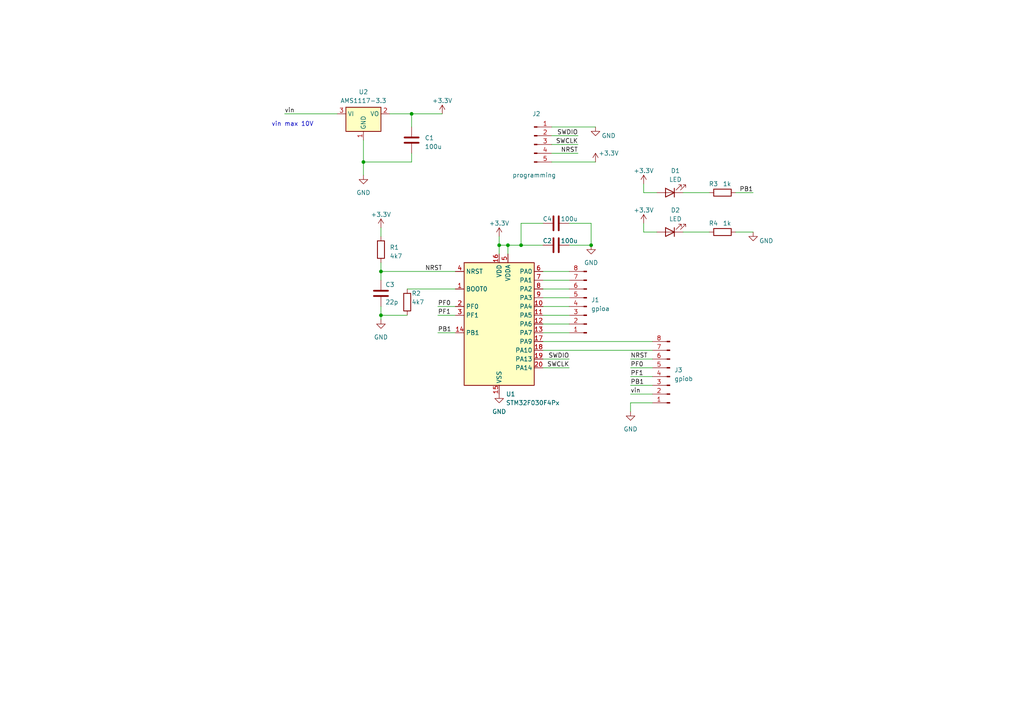
<source format=kicad_sch>
(kicad_sch (version 20230121) (generator eeschema)
  (paper "A4")
  (lib_symbols
    (symbol "Connector:Conn_01x05_Pin" (pin_names (offset 1.016) hide)
      (property "Reference" "J" (at 0 7.62 0))
      (property "Value" "Conn_01x05_Pin" (at 0 -7.62 0))
      (symbol "Conn_01x05_Pin_1_1"
        (polyline (pts (xy 1.27 -5.08) (xy 0.8636 -5.08)) (stroke (width 0.1524)))
        (polyline (pts (xy 1.27 -2.54) (xy 0.8636 -2.54)) (stroke (width 0.1524)))
        (polyline (pts (xy 1.27 0) (xy 0.8636 0)) (stroke (width 0.1524)))
        (polyline (pts (xy 1.27 2.54) (xy 0.8636 2.54)) (stroke (width 0.1524)))
        (polyline (pts (xy 1.27 5.08) (xy 0.8636 5.08)) (stroke (width 0.1524)))
        (rectangle (start 0.8636 -4.953) (end 0 -5.207) (stroke (width 0.1524)) (fill (type outline)))
        (rectangle (start 0.8636 -2.413) (end 0 -2.667) (stroke (width 0.1524)) (fill (type outline)))
        (rectangle (start 0.8636 0.127) (end 0 -0.127) (stroke (width 0.1524)) (fill (type outline)))
        (rectangle (start 0.8636 2.667) (end 0 2.413) (stroke (width 0.1524)) (fill (type outline)))
        (rectangle (start 0.8636 5.207) (end 0 4.953) (stroke (width 0.1524)) (fill (type outline)))
        (pin passive line (at 5.08 5.08 180) (length 3.81) (name "Pin_1") (number "1"))
        (pin passive line (at 5.08 2.54 180) (length 3.81) (name "Pin_2") (number "2"))
        (pin passive line (at 5.08 0 180) (length 3.81) (name "Pin_3") (number "3"))
        (pin passive line (at 5.08 -2.54 180) (length 3.81) (name "Pin_4") (number "4"))
        (pin passive line (at 5.08 -5.08 180) (length 3.81) (name "Pin_5") (number "5"))
      )
    )
    (symbol "Connector:Conn_01x08_Pin" (pin_names (offset 1.016) hide)
      (property "Reference" "J" (at 0 10.16 0))
      (property "Value" "Conn_01x08_Pin" (at 0 -12.7 0))
      (symbol "Conn_01x08_Pin_1_1"
        (polyline (pts (xy 1.27 -10.16) (xy 0.8636 -10.16)) (stroke (width 0.1524)))
        (polyline (pts (xy 1.27 -7.62) (xy 0.8636 -7.62)) (stroke (width 0.1524)))
        (polyline (pts (xy 1.27 -5.08) (xy 0.8636 -5.08)) (stroke (width 0.1524)))
        (polyline (pts (xy 1.27 -2.54) (xy 0.8636 -2.54)) (stroke (width 0.1524)))
        (polyline (pts (xy 1.27 0) (xy 0.8636 0)) (stroke (width 0.1524)))
        (polyline (pts (xy 1.27 2.54) (xy 0.8636 2.54)) (stroke (width 0.1524)))
        (polyline (pts (xy 1.27 5.08) (xy 0.8636 5.08)) (stroke (width 0.1524)))
        (polyline (pts (xy 1.27 7.62) (xy 0.8636 7.62)) (stroke (width 0.1524)))
        (rectangle (start 0.8636 -10.033) (end 0 -10.287) (stroke (width 0.1524)) (fill (type outline)))
        (rectangle (start 0.8636 -7.493) (end 0 -7.747) (stroke (width 0.1524)) (fill (type outline)))
        (rectangle (start 0.8636 -4.953) (end 0 -5.207) (stroke (width 0.1524)) (fill (type outline)))
        (rectangle (start 0.8636 -2.413) (end 0 -2.667) (stroke (width 0.1524)) (fill (type outline)))
        (rectangle (start 0.8636 0.127) (end 0 -0.127) (stroke (width 0.1524)) (fill (type outline)))
        (rectangle (start 0.8636 2.667) (end 0 2.413) (stroke (width 0.1524)) (fill (type outline)))
        (rectangle (start 0.8636 5.207) (end 0 4.953) (stroke (width 0.1524)) (fill (type outline)))
        (rectangle (start 0.8636 7.747) (end 0 7.493) (stroke (width 0.1524)) (fill (type outline)))
        (pin passive line (at 5.08 7.62 180) (length 3.81) (name "Pin_1") (number "1"))
        (pin passive line (at 5.08 5.08 180) (length 3.81) (name "Pin_2") (number "2"))
        (pin passive line (at 5.08 2.54 180) (length 3.81) (name "Pin_3") (number "3"))
        (pin passive line (at 5.08 0 180) (length 3.81) (name "Pin_4") (number "4"))
        (pin passive line (at 5.08 -2.54 180) (length 3.81) (name "Pin_5") (number "5"))
        (pin passive line (at 5.08 -5.08 180) (length 3.81) (name "Pin_6") (number "6"))
        (pin passive line (at 5.08 -7.62 180) (length 3.81) (name "Pin_7") (number "7"))
        (pin passive line (at 5.08 -10.16 180) (length 3.81) (name "Pin_8") (number "8"))
      )
    )
    (symbol "Device:C" (pin_numbers hide) (pin_names (offset 0.254))
      (property "Reference" "C" (at 0.635 2.54 0))
      (property "Value" "C" (at 0.635 -2.54 0))
      (symbol "C_0_1"
        (polyline (pts (xy -2.032 -0.762) (xy 2.032 -0.762)) (stroke (width 0.508)))
        (polyline (pts (xy -2.032 0.762) (xy 2.032 0.762)) (stroke (width 0.508)))
      )
      (symbol "C_1_1"
        (pin passive line (at 0 3.81 270) (length 2.794) (name "~") (number "1"))
        (pin passive line (at 0 -3.81 90) (length 2.794) (name "~") (number "2"))
      )
    )
    (symbol "Device:LED" (pin_numbers hide) (pin_names (offset 1.016) hide)
      (property "Reference" "D" (at 0 2.54 0))
      (property "Value" "LED" (at 0 -2.54 0))
      (symbol "LED_0_1"
        (polyline (pts (xy -1.27 -1.27) (xy -1.27 1.27)) (stroke (width 0.254)))
        (polyline (pts (xy -1.27 0) (xy 1.27 0)))
        (polyline (pts (xy 1.27 -1.27) (xy 1.27 1.27) (xy -1.27 0) (xy 1.27 -1.27)) (stroke (width 0.254)))
        (polyline (pts (xy -3.048 -0.762) (xy -4.572 -2.286) (xy -3.81 -2.286) (xy -4.572 -2.286) (xy -4.572 -1.524)))
        (polyline (pts (xy -1.778 -0.762) (xy -3.302 -2.286) (xy -2.54 -2.286) (xy -3.302 -2.286) (xy -3.302 -1.524)))
      )
      (symbol "LED_1_1"
        (pin passive line (at -3.81 0 0) (length 2.54) (name "K") (number "1"))
        (pin passive line (at 3.81 0 180) (length 2.54) (name "A") (number "2"))
      )
    )
    (symbol "Device:R" (pin_numbers hide) (pin_names (offset 0))
      (property "Reference" "R" (at 2.032 0 90))
      (property "Value" "R" (at 0 0 90))
      (symbol "R_0_1"
        (rectangle (start -1.016 -2.54) (end 1.016 2.54) (stroke (width 0.254)))
      )
      (symbol "R_1_1"
        (pin passive line (at 0 3.81 270) (length 1.27) (name "~") (number "1"))
        (pin passive line (at 0 -3.81 90) (length 1.27) (name "~") (number "2"))
      )
    )
    (symbol "MCU_ST_STM32F0:STM32F030F4Px"
      (property "Reference" "U" (at -10.16 19.05 0))
      (property "Value" "STM32F030F4Px" (at 5.08 19.05 0))
      (symbol "STM32F030F4Px_0_1"
        (rectangle (start -10.16 -17.78) (end 10.16 17.78) (stroke (width 0.254)) (fill (type background)))
      )
      (symbol "STM32F030F4Px_1_1"
        (pin input line (at -12.7 10.16 0) (length 2.54) (name "BOOT0") (number "1"))
        (pin bidirectional line (at 12.7 5.08 180) (length 2.54) (name "PA4") (number "10"))
        (pin bidirectional line (at 12.7 2.54 180) (length 2.54) (name "PA5") (number "11"))
        (pin bidirectional line (at 12.7 0 180) (length 2.54) (name "PA6") (number "12"))
        (pin bidirectional line (at 12.7 -2.54 180) (length 2.54) (name "PA7") (number "13"))
        (pin bidirectional line (at -12.7 -2.54 0) (length 2.54) (name "PB1") (number "14"))
        (pin power_in line (at 0 -20.32 90) (length 2.54) (name "VSS") (number "15"))
        (pin power_in line (at 0 20.32 270) (length 2.54) (name "VDD") (number "16"))
        (pin bidirectional line (at 12.7 -5.08 180) (length 2.54) (name "PA9") (number "17"))
        (pin bidirectional line (at 12.7 -7.62 180) (length 2.54) (name "PA10") (number "18"))
        (pin bidirectional line (at 12.7 -10.16 180) (length 2.54) (name "PA13") (number "19"))
        (pin bidirectional line (at -12.7 5.08 0) (length 2.54) (name "PF0") (number "2"))
        (pin bidirectional line (at 12.7 -12.7 180) (length 2.54) (name "PA14") (number "20"))
        (pin bidirectional line (at -12.7 2.54 0) (length 2.54) (name "PF1") (number "3"))
        (pin input line (at -12.7 15.24 0) (length 2.54) (name "NRST") (number "4"))
        (pin power_in line (at 2.54 20.32 270) (length 2.54) (name "VDDA") (number "5"))
        (pin bidirectional line (at 12.7 15.24 180) (length 2.54) (name "PA0") (number "6"))
        (pin bidirectional line (at 12.7 12.7 180) (length 2.54) (name "PA1") (number "7"))
        (pin bidirectional line (at 12.7 10.16 180) (length 2.54) (name "PA2") (number "8"))
        (pin bidirectional line (at 12.7 7.62 180) (length 2.54) (name "PA3") (number "9"))
      )
    )
    (symbol "Regulator_Linear:AMS1117-3.3"
      (property "Reference" "U" (at -3.81 3.175 0))
      (property "Value" "AMS1117-3.3" (at 0 3.175 0))
      (symbol "AMS1117-3.3_0_1"
        (rectangle (start -5.08 -5.08) (end 5.08 1.905) (stroke (width 0.254)) (fill (type background)))
      )
      (symbol "AMS1117-3.3_1_1"
        (pin power_in line (at 0 -7.62 90) (length 2.54) (name "GND") (number "1"))
        (pin power_out line (at 7.62 0 180) (length 2.54) (name "VO") (number "2"))
        (pin power_in line (at -7.62 0 0) (length 2.54) (name "VI") (number "3"))
      )
    )
    (symbol "power:+3.3V" (power) (pin_names (offset 0))
      (property "Value" "+3.3V" (at 0 3.556 0))
      (symbol "+3.3V_0_1"
        (polyline (pts (xy -0.762 1.27) (xy 0 2.54)))
        (polyline (pts (xy 0 0) (xy 0 2.54)))
        (polyline (pts (xy 0 2.54) (xy 0.762 1.27)))
      )
      (symbol "+3.3V_1_1"
        (pin power_in line (at 0 0 90) (length 0) hide (name "+3.3V") (number "1"))
      )
    )
    (symbol "power:GND" (power) (pin_names (offset 0))
      (property "Value" "GND" (at 0 -3.81 0))
      (symbol "GND_0_1"
        (polyline (pts (xy 0 0) (xy 0 -1.27) (xy 1.27 -1.27) (xy 0 -2.54) (xy -1.27 -1.27) (xy 0 -1.27)))
      )
      (symbol "GND_1_1"
        (pin power_in line (at 0 0 270) (length 0) hide (name "GND") (number "1"))
      )
    )
  )
  (junction (at 171.45 71.12))
  (junction (at 144.78 71.12))
  (junction (at 147.32 71.12))
  (junction (at 119.38 33.02))
  (junction (at 105.41 46.99))
  (junction (at 110.49 78.74))
  (junction (at 110.49 91.44))
  (junction (at 151.13 71.12))
  (wire (pts (xy 144.78 71.12) (xy 147.32 71.12)))
  (wire (pts (xy 110.49 88.9) (xy 110.49 91.44)))
  (wire (pts (xy 110.49 66.04) (xy 110.49 68.58)))
  (wire (pts (xy 105.41 40.64) (xy 105.41 46.99)))
  (wire (pts (xy 127 88.9) (xy 132.08 88.9)))
  (wire (pts (xy 213.36 55.88) (xy 218.44 55.88)))
  (wire (pts (xy 182.88 116.84) (xy 189.23 116.84)))
  (wire (pts (xy 105.41 46.99) (xy 119.38 46.99)))
  (wire (pts (xy 144.78 68.58) (xy 144.78 71.12)))
  (wire (pts (xy 182.88 111.76) (xy 189.23 111.76)))
  (wire (pts (xy 119.38 33.02) (xy 128.27 33.02)))
  (wire (pts (xy 186.69 64.77) (xy 186.69 67.31)))
  (wire (pts (xy 198.12 67.31) (xy 205.74 67.31)))
  (wire (pts (xy 118.11 83.82) (xy 132.08 83.82)))
  (wire (pts (xy 182.88 104.14) (xy 189.23 104.14)))
  (wire (pts (xy 113.03 33.02) (xy 119.38 33.02)))
  (wire (pts (xy 186.69 53.34) (xy 186.69 55.88)))
  (wire (pts (xy 171.45 64.77) (xy 171.45 71.12)))
  (wire (pts (xy 165.1 86.36) (xy 157.48 86.36)))
  (wire (pts (xy 182.88 106.68) (xy 189.23 106.68)))
  (wire (pts (xy 165.1 71.12) (xy 171.45 71.12)))
  (wire (pts (xy 157.48 104.14) (xy 165.1 104.14)))
  (wire (pts (xy 110.49 78.74) (xy 110.49 81.28)))
  (wire (pts (xy 160.02 39.37) (xy 167.64 39.37)))
  (wire (pts (xy 157.48 106.68) (xy 165.1 106.68)))
  (wire (pts (xy 144.78 71.12) (xy 144.78 73.66)))
  (wire (pts (xy 147.32 71.12) (xy 151.13 71.12)))
  (wire (pts (xy 160.02 36.83) (xy 172.72 36.83)))
  (wire (pts (xy 157.48 99.06) (xy 189.23 99.06)))
  (wire (pts (xy 165.1 81.28) (xy 157.48 81.28)))
  (wire (pts (xy 160.02 41.91) (xy 167.64 41.91)))
  (wire (pts (xy 165.1 78.74) (xy 157.48 78.74)))
  (wire (pts (xy 119.38 44.45) (xy 119.38 46.99)))
  (wire (pts (xy 147.32 71.12) (xy 147.32 73.66)))
  (wire (pts (xy 182.88 119.38) (xy 182.88 116.84)))
  (wire (pts (xy 119.38 33.02) (xy 119.38 36.83)))
  (wire (pts (xy 213.36 67.31) (xy 218.44 67.31)))
  (wire (pts (xy 105.41 46.99) (xy 105.41 50.8)))
  (wire (pts (xy 182.88 114.3) (xy 189.23 114.3)))
  (wire (pts (xy 110.49 91.44) (xy 110.49 92.71)))
  (wire (pts (xy 165.1 88.9) (xy 157.48 88.9)))
  (wire (pts (xy 110.49 78.74) (xy 132.08 78.74)))
  (wire (pts (xy 165.1 64.77) (xy 171.45 64.77)))
  (wire (pts (xy 165.1 91.44) (xy 157.48 91.44)))
  (wire (pts (xy 186.69 55.88) (xy 190.5 55.88)))
  (wire (pts (xy 198.12 55.88) (xy 205.74 55.88)))
  (wire (pts (xy 160.02 46.99) (xy 172.72 46.99)))
  (wire (pts (xy 182.88 109.22) (xy 189.23 109.22)))
  (wire (pts (xy 127 96.52) (xy 132.08 96.52)))
  (wire (pts (xy 110.49 76.2) (xy 110.49 78.74)))
  (wire (pts (xy 151.13 71.12) (xy 157.48 71.12)))
  (wire (pts (xy 151.13 64.77) (xy 151.13 71.12)))
  (wire (pts (xy 157.48 101.6) (xy 189.23 101.6)))
  (wire (pts (xy 127 91.44) (xy 132.08 91.44)))
  (wire (pts (xy 165.1 83.82) (xy 157.48 83.82)))
  (wire (pts (xy 160.02 44.45) (xy 167.64 44.45)))
  (wire (pts (xy 186.69 67.31) (xy 190.5 67.31)))
  (wire (pts (xy 157.48 64.77) (xy 151.13 64.77)))
  (wire (pts (xy 110.49 91.44) (xy 118.11 91.44)))
  (wire (pts (xy 82.55 33.02) (xy 97.79 33.02)))
  (wire (pts (xy 165.1 93.98) (xy 157.48 93.98)))
  (wire (pts (xy 157.48 96.52) (xy 165.1 96.52)))
  (text "vin max 10V" (at 78.74 36.83 0) (effects (font (size 1.27 1.27)) (justify left bottom)))
  (label "SWCLK" (at 165.1 106.68 180))
  (label "PF1" (at 182.88 109.22 0))
  (label "NRST" (at 182.88 104.14 0))
  (label "PF0" (at 182.88 106.68 0))
  (label "PF0" (at 127 88.9 0))
  (label "PF1" (at 127 91.44 0))
  (label "SWCLK" (at 167.64 41.91 180))
  (label "NRST" (at 128.27 78.74 180))
  (label "vin" (at 182.88 114.3 0))
  (label "NRST" (at 167.64 44.45 180))
  (label "PB1" (at 127 96.52 0))
  (label "vin" (at 82.55 33.02 0))
  (label "PB1" (at 218.44 55.88 180))
  (label "PB1" (at 182.88 111.76 0))
  (label "SWDIO" (at 165.1 104.14 180))
  (label "SWDIO" (at 167.64 39.37 180))
  (symbol (lib_id "Connector:Conn_01x08_Pin") (at 194.31 109.22 180) (unit 1)
    (property "Reference" "J3" (at 195.58 107.315 0) (effects (justify right)))
    (property "Value" "gpiob" (at 195.58 109.855 0) (effects (justify right)))
    (property "Footprint" "Connector_PinHeader_2.54mm:PinHeader_1x08_P2.54mm_Vertical" (effects hide))
  )
  (symbol (lib_id "power:+3.3V") (at 144.78 68.58 0) (unit 1)
    (property "Reference" "#PWR03" (effects hide))
    (property "Value" "+3.3V" (at 144.78 64.77 0))
  )
  (symbol (lib_id "power:+3.3V") (at 186.69 64.77 0) (unit 1)
    (property "Reference" "#PWR012" (effects hide))
    (property "Value" "+3.3V" (at 186.69 60.96 0))
  )
  (symbol (lib_id "power:GND") (at 218.44 67.31 0) (unit 1)
    (property "Reference" "#PWR013" (effects hide))
    (property "Value" "GND" (at 222.25 69.85 0))
  )
  (symbol (lib_id "power:GND") (at 182.88 119.38 0) (unit 1)
    (property "Reference" "#PWR011" (effects hide))
    (property "Value" "GND" (at 182.88 124.46 0))
  )
  (symbol (lib_id "Device:C") (at 161.29 64.77 90) (unit 1)
    (property "Reference" "C4" (at 158.75 63.5 90))
    (property "Value" "100u" (at 165.1 63.5 90))
    (property "Footprint" "Capacitor_SMD:C_0402_1005Metric" (effects hide))
  )
  (symbol (lib_id "power:+3.3V") (at 110.49 66.04 0) (unit 1)
    (property "Reference" "#PWR08" (effects hide))
    (property "Value" "+3.3V" (at 110.49 62.23 0))
  )
  (symbol (lib_id "power:GND") (at 110.49 92.71 0) (unit 1)
    (property "Reference" "#PWR09" (effects hide))
    (property "Value" "GND" (at 110.49 97.79 0))
  )
  (symbol (lib_id "Device:C") (at 119.38 40.64 0) (unit 1)
    (property "Reference" "C1" (at 123.19 40.005 0) (effects (justify left)))
    (property "Value" "100u" (at 123.19 42.545 0) (effects (justify left)))
    (property "Footprint" "Capacitor_SMD:C_0402_1005Metric" (effects hide))
  )
  (symbol (lib_id "Device:R") (at 209.55 67.31 90) (unit 1)
    (property "Reference" "R4" (at 208.28 64.77 90) (effects (justify left)))
    (property "Value" "1k" (at 212.09 64.77 90) (effects (justify left)))
    (property "Footprint" "Resistor_SMD:R_0402_1005Metric" (effects hide))
  )
  (symbol (lib_id "Device:C") (at 161.29 71.12 90) (unit 1)
    (property "Reference" "C2" (at 158.75 69.85 90))
    (property "Value" "100u" (at 165.1 69.85 90))
    (property "Footprint" "Capacitor_SMD:C_0402_1005Metric" (effects hide))
  )
  (symbol (lib_id "power:GND") (at 172.72 36.83 0) (unit 1)
    (property "Reference" "#PWR07" (effects hide))
    (property "Value" "GND" (at 176.53 39.37 0))
  )
  (symbol (lib_id "Device:LED") (at 194.31 55.88 180) (unit 1)
    (property "Reference" "D1" (at 195.8975 49.53 0))
    (property "Value" "LED" (at 195.8975 52.07 0))
    (property "Footprint" "LED_SMD:LED_0603_1608Metric" (effects hide))
    (property "mpn" "0603GBD0790S01" (effects hide))
  )
  (symbol (lib_id "Connector:Conn_01x05_Pin") (at 154.94 41.91 0) (unit 1)
    (property "Reference" "J2" (at 155.575 33.02 0))
    (property "Value" "programming" (at 154.94 50.8 0))
    (property "Footprint" "Connector_PinHeader_2.54mm:PinHeader_1x05_P2.54mm_Vertical" (effects hide))
  )
  (symbol (lib_id "power:+3.3V") (at 186.69 53.34 0) (unit 1)
    (property "Reference" "#PWR010" (effects hide))
    (property "Value" "+3.3V" (at 186.69 49.53 0))
  )
  (symbol (lib_id "power:GND") (at 105.41 50.8 0) (unit 1)
    (property "Reference" "#PWR01" (effects hide))
    (property "Value" "GND" (at 105.41 55.88 0))
  )
  (symbol (lib_id "Connector:Conn_01x08_Pin") (at 170.18 88.9 180) (unit 1)
    (property "Reference" "J1" (at 171.45 86.995 0) (effects (justify right)))
    (property "Value" "gpioa" (at 171.45 89.535 0) (effects (justify right)))
    (property "Footprint" "Connector_PinHeader_2.54mm:PinHeader_1x08_P2.54mm_Vertical" (effects hide))
  )
  (symbol (lib_id "Regulator_Linear:AMS1117-3.3") (at 105.41 33.02 0) (unit 1)
    (property "Reference" "U2" (at 105.41 26.67 0))
    (property "Value" "AMS1117-3.3" (at 105.41 29.21 0))
    (property "Footprint" "Package_TO_SOT_SMD:SOT-223-3_TabPin2" (effects hide))
    (property "Datasheet" "http://www.advanced-monolithic.com/pdf/ds1117.pdf" (effects hide))
    (property "mpn" "AMS1117-3.3" (effects hide))
  )
  (symbol (lib_id "power:+3.3V") (at 128.27 33.02 0) (unit 1)
    (property "Reference" "#PWR06" (effects hide))
    (property "Value" "+3.3V" (at 128.27 29.21 0))
  )
  (symbol (lib_id "MCU_ST_STM32F0:STM32F030F4Px") (at 144.78 93.98 0) (unit 1)
    (property "Reference" "U1" (at 146.7359 114.3 0) (effects (justify left)))
    (property "Value" "STM32F030F4Px" (at 146.7359 116.84 0) (effects (justify left)))
    (property "Footprint" "Package_SO:TSSOP-20_4.4x6.5mm_P0.65mm" (effects hide))
    (property "Datasheet" "https://www.st.com/resource/en/datasheet/stm32f030f4.pdf" (effects hide))
    (property "mpn" "STM32F030F4P6TR" (effects hide))
  )
  (symbol (lib_id "power:+3.3V") (at 172.72 46.99 0) (unit 1)
    (property "Reference" "#PWR04" (effects hide))
    (property "Value" "+3.3V" (at 176.53 44.45 0))
  )
  (symbol (lib_id "Device:R") (at 118.11 87.63 0) (unit 1)
    (property "Reference" "R2" (at 119.38 85.09 0) (effects (justify left)))
    (property "Value" "4k7" (at 119.38 87.63 0) (effects (justify left)))
    (property "Footprint" "Resistor_SMD:R_0402_1005Metric" (effects hide))
  )
  (symbol (lib_id "power:GND") (at 171.45 71.12 0) (unit 1)
    (property "Reference" "#PWR05" (effects hide))
    (property "Value" "GND" (at 171.45 76.2 0))
  )
  (symbol (lib_id "power:GND") (at 144.78 114.3 0) (unit 1)
    (property "Reference" "#PWR02" (effects hide))
    (property "Value" "GND" (at 144.78 119.38 0))
  )
  (symbol (lib_id "Device:C") (at 110.49 85.09 0) (unit 1)
    (property "Reference" "C3" (at 111.76 82.55 0) (effects (justify left)))
    (property "Value" "22p" (at 111.76 87.63 0) (effects (justify left)))
    (property "Footprint" "Capacitor_SMD:C_0402_1005Metric" (effects hide))
  )
  (symbol (lib_id "Device:LED") (at 194.31 67.31 180) (unit 1)
    (property "Reference" "D2" (at 195.8975 60.96 0))
    (property "Value" "LED" (at 195.8975 63.5 0))
    (property "Footprint" "LED_SMD:LED_0603_1608Metric" (effects hide))
    (property "mpn" "0603GBD0790S01" (effects hide))
  )
  (symbol (lib_id "Device:R") (at 209.55 55.88 90) (unit 1)
    (property "Reference" "R3" (at 208.28 53.34 90) (effects (justify left)))
    (property "Value" "1k" (at 212.09 53.34 90) (effects (justify left)))
    (property "Footprint" "Resistor_SMD:R_0402_1005Metric" (effects hide))
  )
  (symbol (lib_id "Device:R") (at 110.49 72.39 0) (unit 1)
    (property "Reference" "R1" (at 113.03 71.755 0) (effects (justify left)))
    (property "Value" "4k7" (at 113.03 74.295 0) (effects (justify left)))
    (property "Footprint" "Resistor_SMD:R_0402_1005Metric" (effects hide))
  )
)
</source>
